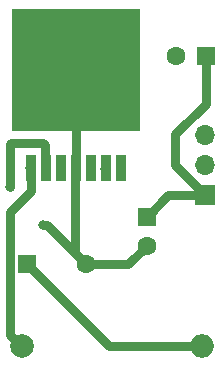
<source format=gbr>
%TF.GenerationSoftware,KiCad,Pcbnew,7.0.1*%
%TF.CreationDate,2023-06-01T20:52:03-07:00*%
%TF.ProjectId,LM2670-ADJ-Carrier,4c4d3236-3730-42d4-9144-4a2d43617272,rev?*%
%TF.SameCoordinates,Original*%
%TF.FileFunction,Copper,L1,Top*%
%TF.FilePolarity,Positive*%
%FSLAX46Y46*%
G04 Gerber Fmt 4.6, Leading zero omitted, Abs format (unit mm)*
G04 Created by KiCad (PCBNEW 7.0.1) date 2023-06-01 20:52:03*
%MOMM*%
%LPD*%
G01*
G04 APERTURE LIST*
%TA.AperFunction,ComponentPad*%
%ADD10R,1.700000X1.700000*%
%TD*%
%TA.AperFunction,ComponentPad*%
%ADD11O,1.700000X1.700000*%
%TD*%
%TA.AperFunction,ComponentPad*%
%ADD12C,2.000000*%
%TD*%
%TA.AperFunction,ComponentPad*%
%ADD13O,2.000000X2.000000*%
%TD*%
%TA.AperFunction,ComponentPad*%
%ADD14R,1.600000X1.600000*%
%TD*%
%TA.AperFunction,ComponentPad*%
%ADD15C,1.600000*%
%TD*%
%TA.AperFunction,SMDPad,CuDef*%
%ADD16R,0.910000X2.160000*%
%TD*%
%TA.AperFunction,SMDPad,CuDef*%
%ADD17R,10.800000X10.410000*%
%TD*%
%TA.AperFunction,ViaPad*%
%ADD18C,0.800000*%
%TD*%
%TA.AperFunction,Conductor*%
%ADD19C,0.762000*%
%TD*%
G04 APERTURE END LIST*
D10*
%TO.P,J1,1,Pin_1*%
%TO.N,+VDC*%
X153109449Y-101617000D03*
D11*
%TO.P,J1,2,Pin_2*%
%TO.N,Net-(J1-Pin_2)*%
X153109449Y-99077000D03*
%TO.P,J1,3,Pin_3*%
%TO.N,GND*%
X153109449Y-96537000D03*
%TD*%
D12*
%TO.P,L1,1,1*%
%TO.N,Net-(IC1-SWITCH_OUTPUT)*%
X137571683Y-114432376D03*
D13*
%TO.P,L1,2,2*%
%TO.N,Net-(J1-Pin_2)*%
X152811683Y-114432376D03*
%TD*%
D14*
%TO.P,C5,1*%
%TO.N,Net-(J1-Pin_2)*%
X138049386Y-107482969D03*
D15*
%TO.P,C5,2*%
%TO.N,GND*%
X143049386Y-107482969D03*
%TD*%
D14*
%TO.P,C2,1*%
%TO.N,+VDC*%
X148158263Y-103439855D03*
D15*
%TO.P,C2,2*%
%TO.N,GND*%
X148158263Y-105939855D03*
%TD*%
D14*
%TO.P,C1,1*%
%TO.N,+VDC*%
X153150694Y-89852484D03*
D15*
%TO.P,C1,2*%
%TO.N,GND*%
X150650694Y-89852484D03*
%TD*%
D16*
%TO.P,IC1,1,SWITCH_OUTPUT*%
%TO.N,Net-(IC1-SWITCH_OUTPUT)*%
X138351749Y-99356800D03*
%TO.P,IC1,2,INPUT*%
%TO.N,+VDC*%
X139621749Y-99356800D03*
%TO.P,IC1,3,CBOOST/CB*%
%TO.N,Net-(IC1-CBOOST{slash}CB)*%
X140891749Y-99356800D03*
%TO.P,IC1,4,GND*%
%TO.N,GND*%
X142161749Y-99356800D03*
%TO.P,IC1,5,SYNC*%
%TO.N,unconnected-(IC1-SYNC-Pad5)*%
X143431749Y-99356800D03*
%TO.P,IC1,6,FEEDBACK/FB*%
%TO.N,Net-(IC1-FEEDBACK{slash}FB)*%
X144701749Y-99356800D03*
%TO.P,IC1,7,ON/~{OFF}*%
%TO.N,unconnected-(IC1-ON{slash}~{OFF}-Pad7)*%
X145971749Y-99356800D03*
D17*
%TO.P,IC1,8,EP*%
%TO.N,GND*%
X142161749Y-91036800D03*
%TD*%
D18*
%TO.N,+VDC*%
X136584816Y-100914487D03*
%TO.N,GND*%
X145044492Y-90116316D03*
X139361089Y-104173410D03*
%TO.N,Net-(IC1-CBOOST{slash}CB)*%
X140905938Y-99349110D03*
%TO.N,Net-(IC1-SWITCH_OUTPUT)*%
X138310708Y-99329224D03*
%TO.N,Net-(IC1-FEEDBACK{slash}FB)*%
X144645369Y-99368287D03*
%TD*%
D19*
%TO.N,+VDC*%
X150570675Y-96463768D02*
X150570675Y-99078226D01*
X136584816Y-97322076D02*
X136584816Y-100914487D01*
X153150694Y-89852484D02*
X153150694Y-93883749D01*
X139589142Y-99334513D02*
X139589142Y-97385994D01*
X139410164Y-97207016D02*
X136699876Y-97207016D01*
X153109449Y-101617000D02*
X149981118Y-101617000D01*
X136699876Y-97207016D02*
X136584816Y-97322076D01*
X150570675Y-99078226D02*
X153109449Y-101617000D01*
X153150694Y-93883749D02*
X150570675Y-96463768D01*
X149981118Y-101617000D02*
X148158263Y-103439855D01*
X139589142Y-97385994D02*
X139410164Y-97207016D01*
%TO.N,GND*%
X142114062Y-99349110D02*
X142161749Y-99301423D01*
X143049386Y-107482969D02*
X146615149Y-107482969D01*
X142114062Y-106547645D02*
X143049386Y-107482969D01*
X142161749Y-99301423D02*
X142161749Y-91036800D01*
X145044492Y-90116316D02*
X143082233Y-90116316D01*
X142114062Y-99349110D02*
X142114062Y-106547645D01*
X146615149Y-107482969D02*
X148158263Y-105939855D01*
X139361089Y-104173410D02*
X139739827Y-104173410D01*
X139739827Y-104173410D02*
X143049386Y-107482969D01*
X143082233Y-90116316D02*
X142161749Y-91036800D01*
%TO.N,Net-(IC1-SWITCH_OUTPUT)*%
X136571683Y-113432376D02*
X136571683Y-103031866D01*
X138351749Y-101251800D02*
X138351749Y-99356800D01*
X136571683Y-103031866D02*
X138351749Y-101251800D01*
X137571683Y-114432376D02*
X136571683Y-113432376D01*
%TO.N,Net-(J1-Pin_2)*%
X144998793Y-114432376D02*
X152811683Y-114432376D01*
X138049386Y-107482969D02*
X144998793Y-114432376D01*
%TD*%
M02*

</source>
